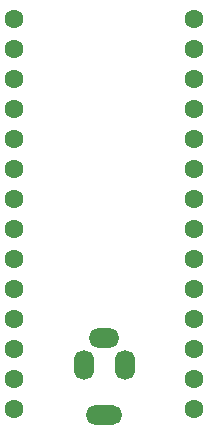
<source format=gbr>
%TF.GenerationSoftware,KiCad,Pcbnew,8.0.1-8.0.1-1~ubuntu22.04.1*%
%TF.CreationDate,2024-04-06T21:19:23+01:00*%
%TF.ProjectId,CONTROLLER_teensy4,434f4e54-524f-44c4-9c45-525f7465656e,rev?*%
%TF.SameCoordinates,Original*%
%TF.FileFunction,Soldermask,Top*%
%TF.FilePolarity,Negative*%
%FSLAX46Y46*%
G04 Gerber Fmt 4.6, Leading zero omitted, Abs format (unit mm)*
G04 Created by KiCad (PCBNEW 8.0.1-8.0.1-1~ubuntu22.04.1) date 2024-04-06 21:19:23*
%MOMM*%
%LPD*%
G01*
G04 APERTURE LIST*
G04 Aperture macros list*
%AMRoundRect*
0 Rectangle with rounded corners*
0 $1 Rounding radius*
0 $2 $3 $4 $5 $6 $7 $8 $9 X,Y pos of 4 corners*
0 Add a 4 corners polygon primitive as box body*
4,1,4,$2,$3,$4,$5,$6,$7,$8,$9,$2,$3,0*
0 Add four circle primitives for the rounded corners*
1,1,$1+$1,$2,$3*
1,1,$1+$1,$4,$5*
1,1,$1+$1,$6,$7*
1,1,$1+$1,$8,$9*
0 Add four rect primitives between the rounded corners*
20,1,$1+$1,$2,$3,$4,$5,0*
20,1,$1+$1,$4,$5,$6,$7,0*
20,1,$1+$1,$6,$7,$8,$9,0*
20,1,$1+$1,$8,$9,$2,$3,0*%
G04 Aperture macros list end*
%ADD10RoundRect,0.800000X-0.050000X-0.450000X0.050000X-0.450000X0.050000X0.450000X-0.050000X0.450000X0*%
%ADD11RoundRect,0.800000X-0.450000X0.050000X-0.450000X-0.050000X0.450000X-0.050000X0.450000X0.050000X0*%
%ADD12RoundRect,0.800000X-0.700000X0.050000X-0.700000X-0.050000X0.700000X-0.050000X0.700000X0.050000X0*%
%ADD13C,1.600000*%
G04 APERTURE END LIST*
D10*
%TO.C,J5*%
X101750000Y-96745000D03*
D11*
X100000000Y-94445000D03*
D10*
X98250000Y-96745000D03*
D12*
X100000000Y-100945000D03*
%TD*%
D13*
%TO.C,U1*%
X92380000Y-67490000D03*
X92380000Y-70030000D03*
X92380000Y-72570000D03*
X92380000Y-75110000D03*
X92380000Y-77650000D03*
X92380000Y-80190000D03*
X92380000Y-82730000D03*
X92380000Y-85270000D03*
X92380000Y-87810000D03*
X92380000Y-90350000D03*
X92380000Y-92890000D03*
X92380000Y-95430000D03*
X92380000Y-97970000D03*
X92380000Y-100510000D03*
X107620000Y-100510000D03*
X107620000Y-97970000D03*
X107620000Y-95430000D03*
X107620000Y-92890000D03*
X107620000Y-90350000D03*
X107620000Y-87810000D03*
X107620000Y-85270000D03*
X107620000Y-82730000D03*
X107620000Y-80190000D03*
X107620000Y-77650000D03*
X107620000Y-75110000D03*
X107620000Y-72570000D03*
X107620000Y-70030000D03*
X107620000Y-67490000D03*
%TD*%
M02*

</source>
